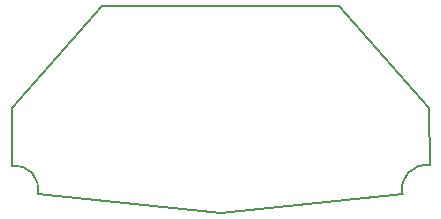
<source format=gbr>
%TF.GenerationSoftware,KiCad,Pcbnew,(6.0.4)*%
%TF.CreationDate,2023-01-17T22:47:36-05:00*%
%TF.ProjectId,Unregulated bridge,556e7265-6775-46c6-9174-656420627269,rev?*%
%TF.SameCoordinates,Original*%
%TF.FileFunction,Profile,NP*%
%FSLAX46Y46*%
G04 Gerber Fmt 4.6, Leading zero omitted, Abs format (unit mm)*
G04 Created by KiCad (PCBNEW (6.0.4)) date 2023-01-17 22:47:36*
%MOMM*%
%LPD*%
G01*
G04 APERTURE LIST*
%TA.AperFunction,Profile*%
%ADD10C,0.200000*%
%TD*%
G04 APERTURE END LIST*
D10*
X2574025Y-16217296D02*
X18058355Y-17761270D01*
X35704823Y-8893426D02*
X28111336Y-305523D01*
X28111336Y-305523D02*
X8001822Y-309540D01*
X411888Y-8893426D02*
X370406Y-13778331D01*
X2574139Y-16208557D02*
G75*
G03*
X370406Y-13778331I-1949541J446440D01*
G01*
X18058355Y-17761270D02*
X33458790Y-16225661D01*
X35746262Y-13773363D02*
X35704823Y-8893426D01*
X35746262Y-13773363D02*
G75*
G03*
X33458581Y-16209652I-342147J-1970937D01*
G01*
X8001822Y-309540D02*
X411888Y-8893426D01*
M02*

</source>
